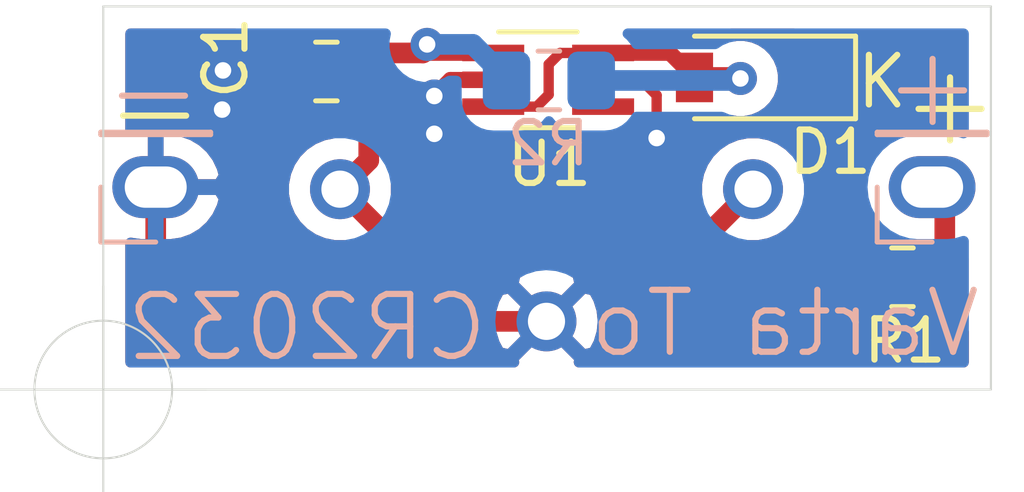
<source format=kicad_pcb>
(kicad_pcb (version 20171130) (host pcbnew "(5.1.2-1)-1")

  (general
    (thickness 1.6)
    (drawings 12)
    (tracks 44)
    (zones 0)
    (modules 8)
    (nets 7)
  )

  (page A4)
  (layers
    (0 F.Cu signal)
    (31 B.Cu signal)
    (32 B.Adhes user hide)
    (33 F.Adhes user hide)
    (34 B.Paste user)
    (35 F.Paste user)
    (36 B.SilkS user)
    (37 F.SilkS user)
    (38 B.Mask user)
    (39 F.Mask user)
    (40 Dwgs.User user hide)
    (41 Cmts.User user hide)
    (42 Eco1.User user hide)
    (43 Eco2.User user hide)
    (44 Edge.Cuts user)
    (45 Margin user hide)
    (46 B.CrtYd user hide)
    (47 F.CrtYd user hide)
    (48 B.Fab user hide)
    (49 F.Fab user hide)
  )

  (setup
    (last_trace_width 0.25)
    (user_trace_width 0.381)
    (user_trace_width 0.5)
    (trace_clearance 0.2)
    (zone_clearance 0.508)
    (zone_45_only yes)
    (trace_min 0.2)
    (via_size 0.8)
    (via_drill 0.4)
    (via_min_size 0.4)
    (via_min_drill 0.3)
    (uvia_size 0.3)
    (uvia_drill 0.1)
    (uvias_allowed no)
    (uvia_min_size 0.2)
    (uvia_min_drill 0.1)
    (edge_width 0.05)
    (segment_width 0.2)
    (pcb_text_width 0.3)
    (pcb_text_size 1.5 1.5)
    (mod_edge_width 0.12)
    (mod_text_size 1 1)
    (mod_text_width 0.15)
    (pad_size 2.1 1.5)
    (pad_drill 1.5)
    (pad_to_mask_clearance 0.05)
    (aux_axis_origin 140.97 106.5)
    (grid_origin 140.97 106.5)
    (visible_elements 7FFFFFFF)
    (pcbplotparams
      (layerselection 0x010f8_ffffffff)
      (usegerberextensions false)
      (usegerberattributes false)
      (usegerberadvancedattributes false)
      (creategerberjobfile false)
      (excludeedgelayer true)
      (linewidth 2.000000)
      (plotframeref false)
      (viasonmask false)
      (mode 1)
      (useauxorigin false)
      (hpglpennumber 1)
      (hpglpenspeed 20)
      (hpglpendiameter 15.000000)
      (psnegative false)
      (psa4output false)
      (plotreference true)
      (plotvalue false)
      (plotinvisibletext false)
      (padsonsilk false)
      (subtractmaskfromsilk false)
      (outputformat 1)
      (mirror false)
      (drillshape 0)
      (scaleselection 1)
      (outputdirectory "./output"))
  )

  (net 0 "")
  (net 1 +BATT)
  (net 2 -BATT)
  (net 3 /MB_Batt+)
  (net 4 "Net-(D1-Pad2)")
  (net 5 "Net-(U1-Pad4)")
  (net 6 "Net-(D1-Pad1)")

  (net_class Default "This is the default net class."
    (clearance 0.2)
    (trace_width 0.25)
    (via_dia 0.8)
    (via_drill 0.4)
    (uvia_dia 0.3)
    (uvia_drill 0.1)
    (add_net +BATT)
    (add_net -BATT)
    (add_net /MB_Batt+)
    (add_net "Net-(D1-Pad1)")
    (add_net "Net-(D1-Pad2)")
    (add_net "Net-(U1-Pad4)")
  )

  (module Connector_PinHeader_2.54mm:PinHeader_1x01_P2.54mm_Vertical (layer B.Cu) (tedit 636A6486) (tstamp 63521435)
    (at 161.036 101.6)
    (descr "Through hole straight pin header, 1x01, 2.54mm pitch, single row")
    (tags "Through hole pin header THT 1x01 2.54mm single row")
    (path /63524660)
    (fp_text reference J2 (at 0 2.33) (layer B.SilkS) hide
      (effects (font (size 1 1) (thickness 0.15)) (justify mirror))
    )
    (fp_text value Conn_01x01 (at 0 -2.33) (layer B.Fab)
      (effects (font (size 1 1) (thickness 0.15)) (justify mirror))
    )
    (fp_line (start 1.8 1.8) (end -1.8 1.8) (layer B.CrtYd) (width 0.05))
    (fp_line (start 1.8 -1.8) (end 1.8 1.8) (layer B.CrtYd) (width 0.05))
    (fp_line (start -1.8 -1.8) (end 1.8 -1.8) (layer B.CrtYd) (width 0.05))
    (fp_line (start -1.8 1.8) (end -1.8 -1.8) (layer B.CrtYd) (width 0.05))
    (fp_line (start -1.33 1.33) (end 0 1.33) (layer B.SilkS) (width 0.12))
    (fp_line (start -1.33 0) (end -1.33 1.33) (layer B.SilkS) (width 0.12))
    (fp_line (start -1.33 -1.27) (end 1.33 -1.27) (layer B.SilkS) (width 0.12))
    (fp_line (start 1.33 -1.27) (end 1.33 -1.33) (layer B.SilkS) (width 0.12))
    (fp_line (start -1.33 -1.27) (end -1.33 -1.33) (layer B.SilkS) (width 0.12))
    (fp_line (start -1.33 -1.33) (end 1.33 -1.33) (layer B.SilkS) (width 0.12))
    (fp_line (start -1.27 0.635) (end -0.635 1.27) (layer B.Fab) (width 0.1))
    (fp_line (start -1.27 -1.27) (end -1.27 0.635) (layer B.Fab) (width 0.1))
    (fp_line (start 1.27 -1.27) (end -1.27 -1.27) (layer B.Fab) (width 0.1))
    (fp_line (start 1.27 1.27) (end 1.27 -1.27) (layer B.Fab) (width 0.1))
    (fp_line (start -0.635 1.27) (end 1.27 1.27) (layer B.Fab) (width 0.1))
    (fp_text user %R (at 0 0 -90) (layer B.Fab)
      (effects (font (size 1 1) (thickness 0.15)) (justify mirror))
    )
    (pad 1 thru_hole oval (at 0 0) (size 2.1 1.5) (drill oval 1.5 1) (layers *.Cu *.Mask)
      (net 3 /MB_Batt+))
    (model ${KISYS3DMOD}/Connector_PinHeader_2.54mm.3dshapes/PinHeader_1x01_P2.54mm_Vertical.wrl
      (at (xyz 0 0 0))
      (scale (xyz 1 1 1))
      (rotate (xyz 0 0 0))
    )
  )

  (module Connector_PinHeader_2.54mm:PinHeader_1x01_P2.54mm_Vertical (layer B.Cu) (tedit 636A649C) (tstamp 640E2FEF)
    (at 142.24 101.6)
    (descr "Through hole straight pin header, 1x01, 2.54mm pitch, single row")
    (tags "Through hole pin header THT 1x01 2.54mm single row")
    (path /63524C70)
    (fp_text reference J3 (at 0 2.33) (layer B.SilkS) hide
      (effects (font (size 1 1) (thickness 0.15)) (justify mirror))
    )
    (fp_text value Conn_01x01 (at 0 -2.33) (layer B.Fab)
      (effects (font (size 1 1) (thickness 0.15)) (justify mirror))
    )
    (fp_line (start -0.635 1.27) (end 1.27 1.27) (layer B.Fab) (width 0.1))
    (fp_line (start 1.27 1.27) (end 1.27 -1.27) (layer B.Fab) (width 0.1))
    (fp_line (start 1.27 -1.27) (end -1.27 -1.27) (layer B.Fab) (width 0.1))
    (fp_line (start -1.27 -1.27) (end -1.27 0.635) (layer B.Fab) (width 0.1))
    (fp_line (start -1.27 0.635) (end -0.635 1.27) (layer B.Fab) (width 0.1))
    (fp_line (start -1.33 -1.33) (end 1.33 -1.33) (layer B.SilkS) (width 0.12))
    (fp_line (start -1.33 -1.27) (end -1.33 -1.33) (layer B.SilkS) (width 0.12))
    (fp_line (start 1.33 -1.27) (end 1.33 -1.33) (layer B.SilkS) (width 0.12))
    (fp_line (start -1.33 -1.27) (end 1.33 -1.27) (layer B.SilkS) (width 0.12))
    (fp_line (start -1.33 0) (end -1.33 1.33) (layer B.SilkS) (width 0.12))
    (fp_line (start -1.33 1.33) (end 0 1.33) (layer B.SilkS) (width 0.12))
    (fp_line (start -1.8 1.8) (end -1.8 -1.8) (layer B.CrtYd) (width 0.05))
    (fp_line (start -1.8 -1.8) (end 1.8 -1.8) (layer B.CrtYd) (width 0.05))
    (fp_line (start 1.8 -1.8) (end 1.8 1.8) (layer B.CrtYd) (width 0.05))
    (fp_line (start 1.8 1.8) (end -1.8 1.8) (layer B.CrtYd) (width 0.05))
    (fp_text user %R (at 0 0 -90) (layer B.Fab)
      (effects (font (size 1 1) (thickness 0.15)) (justify mirror))
    )
    (pad 1 thru_hole oval (at 0 0) (size 2.1 1.5) (drill oval 1.5 1) (layers *.Cu *.Mask)
      (net 2 -BATT))
    (model ${KISYS3DMOD}/Connector_PinHeader_2.54mm.3dshapes/PinHeader_1x01_P2.54mm_Vertical.wrl
      (at (xyz 0 0 0))
      (scale (xyz 1 1 1))
      (rotate (xyz 0 0 0))
    )
  )

  (module S8401-46 (layer F.Cu) (tedit 63FB76C2) (tstamp 63FBC1BF)
    (at 151.7 103.25 180)
    (descr S8401-46)
    (tags "Undefined or Miscellaneous")
    (path /636A644F)
    (fp_text reference J1 (at -0.376 -0.036) (layer F.SilkS) hide
      (effects (font (size 1.27 1.27) (thickness 0.254)))
    )
    (fp_text value S8401-46 (at -0.2 -0.05) (layer F.SilkS) hide
      (effects (font (size 1.27 1.27) (thickness 0.254)))
    )
    (fp_text user %R (at -0.376 -0.036 180) (layer F.Fab)
      (effects (font (size 1.27 1.27) (thickness 0.254)))
    )
    (fp_line (start -11.45 -3.3) (end 11.45 -3.3) (layer F.Fab) (width 0.254))
    (fp_line (start 11.45 -3.3) (end 11.45 3.3) (layer F.Fab) (width 0.254))
    (fp_line (start 11.45 3.3) (end -11.45 3.3) (layer F.Fab) (width 0.254))
    (fp_line (start -11.45 3.3) (end -11.45 -3.3) (layer F.Fab) (width 0.254))
    (pad 3 thru_hole circle (at 5 1.6 180) (size 1.45 1.45) (drill 0.9) (layers *.Cu *.Mask)
      (net 1 +BATT))
    (pad 2 thru_hole circle (at -5 1.6 180) (size 1.45 1.45) (drill 0.9) (layers *.Cu *.Mask)
      (net 1 +BATT))
    (pad 1 thru_hole circle (at 0 -1.6 180) (size 1.45 1.45) (drill 0.9) (layers *.Cu *.Mask)
      (net 2 -BATT))
    (model "C:/Users/wiretap/Downloads/Kicad Library Downloads/SamacSys_Parts.3dshapes/s8401-46_asm.stp"
      (offset (xyz 0 3 14))
      (scale (xyz 1 1 1))
      (rotate (xyz -0 0 0))
    )
    (model ${KIPRJMOD}/3D_Models/s8401-46_asm.stp
      (offset (xyz 0 2.9 14))
      (scale (xyz 1 1 1))
      (rotate (xyz -180 0 0))
    )
  )

  (module Capacitor_SMD:C_0805_2012Metric_Pad1.15x1.40mm_HandSolder (layer F.Cu) (tedit 5B36C52B) (tstamp 6602231F)
    (at 146.372 98.801 180)
    (descr "Capacitor SMD 0805 (2012 Metric), square (rectangular) end terminal, IPC_7351 nominal with elongated pad for handsoldering. (Body size source: https://docs.google.com/spreadsheets/d/1BsfQQcO9C6DZCsRaXUlFlo91Tg2WpOkGARC1WS5S8t0/edit?usp=sharing), generated with kicad-footprint-generator")
    (tags "capacitor handsolder")
    (path /6602C19A)
    (attr smd)
    (fp_text reference C1 (at 2.439 0.338 90) (layer F.SilkS)
      (effects (font (size 1 1) (thickness 0.15)))
    )
    (fp_text value 1uF (at 0 1.65) (layer F.Fab)
      (effects (font (size 1 1) (thickness 0.15)))
    )
    (fp_line (start -1 0.6) (end -1 -0.6) (layer F.Fab) (width 0.1))
    (fp_line (start -1 -0.6) (end 1 -0.6) (layer F.Fab) (width 0.1))
    (fp_line (start 1 -0.6) (end 1 0.6) (layer F.Fab) (width 0.1))
    (fp_line (start 1 0.6) (end -1 0.6) (layer F.Fab) (width 0.1))
    (fp_line (start -0.261252 -0.71) (end 0.261252 -0.71) (layer F.SilkS) (width 0.12))
    (fp_line (start -0.261252 0.71) (end 0.261252 0.71) (layer F.SilkS) (width 0.12))
    (fp_line (start -1.85 0.95) (end -1.85 -0.95) (layer F.CrtYd) (width 0.05))
    (fp_line (start -1.85 -0.95) (end 1.85 -0.95) (layer F.CrtYd) (width 0.05))
    (fp_line (start 1.85 -0.95) (end 1.85 0.95) (layer F.CrtYd) (width 0.05))
    (fp_line (start 1.85 0.95) (end -1.85 0.95) (layer F.CrtYd) (width 0.05))
    (fp_text user %R (at 0 0) (layer F.Fab)
      (effects (font (size 0.5 0.5) (thickness 0.08)))
    )
    (pad 1 smd roundrect (at -1.025 0 180) (size 1.15 1.4) (layers F.Cu F.Paste F.Mask) (roundrect_rratio 0.217391)
      (net 1 +BATT))
    (pad 2 smd roundrect (at 1.025 0 180) (size 1.15 1.4) (layers F.Cu F.Paste F.Mask) (roundrect_rratio 0.217391)
      (net 2 -BATT))
    (model ${KISYS3DMOD}/Capacitor_SMD.3dshapes/C_0805_2012Metric.wrl
      (at (xyz 0 0 0))
      (scale (xyz 1 1 1))
      (rotate (xyz 0 0 0))
    )
  )

  (module Diode_SMD:D_SOD-123 (layer F.Cu) (tedit 58645DC7) (tstamp 66022320)
    (at 156.933 98.945 180)
    (descr SOD-123)
    (tags SOD-123)
    (path /640E1875)
    (attr smd)
    (fp_text reference D1 (at -1.637 -1.805 180) (layer F.SilkS)
      (effects (font (size 1 1) (thickness 0.15)))
    )
    (fp_text value 1N5711 (at 0 2.1) (layer F.Fab)
      (effects (font (size 1 1) (thickness 0.15)))
    )
    (fp_text user %R (at 0 -2) (layer F.Fab)
      (effects (font (size 1 1) (thickness 0.15)))
    )
    (fp_line (start -2.25 -1) (end -2.25 1) (layer F.SilkS) (width 0.12))
    (fp_line (start 0.25 0) (end 0.75 0) (layer F.Fab) (width 0.1))
    (fp_line (start 0.25 0.4) (end -0.35 0) (layer F.Fab) (width 0.1))
    (fp_line (start 0.25 -0.4) (end 0.25 0.4) (layer F.Fab) (width 0.1))
    (fp_line (start -0.35 0) (end 0.25 -0.4) (layer F.Fab) (width 0.1))
    (fp_line (start -0.35 0) (end -0.35 0.55) (layer F.Fab) (width 0.1))
    (fp_line (start -0.35 0) (end -0.35 -0.55) (layer F.Fab) (width 0.1))
    (fp_line (start -0.75 0) (end -0.35 0) (layer F.Fab) (width 0.1))
    (fp_line (start -1.4 0.9) (end -1.4 -0.9) (layer F.Fab) (width 0.1))
    (fp_line (start 1.4 0.9) (end -1.4 0.9) (layer F.Fab) (width 0.1))
    (fp_line (start 1.4 -0.9) (end 1.4 0.9) (layer F.Fab) (width 0.1))
    (fp_line (start -1.4 -0.9) (end 1.4 -0.9) (layer F.Fab) (width 0.1))
    (fp_line (start -2.35 -1.15) (end 2.35 -1.15) (layer F.CrtYd) (width 0.05))
    (fp_line (start 2.35 -1.15) (end 2.35 1.15) (layer F.CrtYd) (width 0.05))
    (fp_line (start 2.35 1.15) (end -2.35 1.15) (layer F.CrtYd) (width 0.05))
    (fp_line (start -2.35 -1.15) (end -2.35 1.15) (layer F.CrtYd) (width 0.05))
    (fp_line (start -2.25 1) (end 1.65 1) (layer F.SilkS) (width 0.12))
    (fp_line (start -2.25 -1) (end 1.65 -1) (layer F.SilkS) (width 0.12))
    (pad 1 smd rect (at -1.65 0 180) (size 0.9 1.2) (layers F.Cu F.Paste F.Mask)
      (net 6 "Net-(D1-Pad1)"))
    (pad 2 smd rect (at 1.65 0 180) (size 0.9 1.2) (layers F.Cu F.Paste F.Mask)
      (net 4 "Net-(D1-Pad2)"))
    (model ${KISYS3DMOD}/Diode_SMD.3dshapes/D_SOD-123.wrl
      (at (xyz 0 0 0))
      (scale (xyz 1 1 1))
      (rotate (xyz 0 0 0))
    )
  )

  (module Package_TO_SOT_SMD:SOT-363_SC-70-6_Handsoldering (layer F.Cu) (tedit 5A02FF57) (tstamp 6602234D)
    (at 151.741 99.002)
    (descr "SOT-363, SC-70-6, Handsoldering")
    (tags "SOT-363 SC-70-6 Handsoldering")
    (path /660216CA)
    (attr smd)
    (fp_text reference U1 (at 0.031 2.042) (layer F.SilkS)
      (effects (font (size 1 1) (thickness 0.15)))
    )
    (fp_text value LM66100 (at 0 2 180) (layer F.Fab)
      (effects (font (size 1 1) (thickness 0.15)))
    )
    (fp_text user %R (at 0 0 90) (layer F.Fab)
      (effects (font (size 0.5 0.5) (thickness 0.075)))
    )
    (fp_line (start -2.4 1.4) (end 2.4 1.4) (layer F.CrtYd) (width 0.05))
    (fp_line (start 0.7 -1.16) (end -1.2 -1.16) (layer F.SilkS) (width 0.12))
    (fp_line (start -0.7 1.16) (end 0.7 1.16) (layer F.SilkS) (width 0.12))
    (fp_line (start 2.4 1.4) (end 2.4 -1.4) (layer F.CrtYd) (width 0.05))
    (fp_line (start -2.4 -1.4) (end -2.4 1.4) (layer F.CrtYd) (width 0.05))
    (fp_line (start -2.4 -1.4) (end 2.4 -1.4) (layer F.CrtYd) (width 0.05))
    (fp_line (start 0.675 -1.1) (end -0.175 -1.1) (layer F.Fab) (width 0.1))
    (fp_line (start -0.675 -0.6) (end -0.675 1.1) (layer F.Fab) (width 0.1))
    (fp_line (start 0.675 -1.1) (end 0.675 1.1) (layer F.Fab) (width 0.1))
    (fp_line (start 0.675 1.1) (end -0.675 1.1) (layer F.Fab) (width 0.1))
    (fp_line (start -0.175 -1.1) (end -0.675 -0.6) (layer F.Fab) (width 0.1))
    (pad 1 smd rect (at -1.33 -0.65) (size 1.5 0.4) (layers F.Cu F.Paste F.Mask)
      (net 1 +BATT))
    (pad 2 smd rect (at -1.33 0) (size 1.5 0.4) (layers F.Cu F.Paste F.Mask)
      (net 2 -BATT))
    (pad 3 smd rect (at -1.33 0.65) (size 1.5 0.4) (layers F.Cu F.Paste F.Mask)
      (net 4 "Net-(D1-Pad2)"))
    (pad 4 smd rect (at 1.33 0.65) (size 1.5 0.4) (layers F.Cu F.Paste F.Mask)
      (net 5 "Net-(U1-Pad4)"))
    (pad 5 smd rect (at 1.33 0) (size 1.5 0.4) (layers F.Cu F.Paste F.Mask)
      (net 2 -BATT))
    (pad 6 smd rect (at 1.33 -0.65) (size 1.5 0.4) (layers F.Cu F.Paste F.Mask)
      (net 4 "Net-(D1-Pad2)"))
    (model ${KISYS3DMOD}/Package_TO_SOT_SMD.3dshapes/SOT-363_SC-70-6.wrl
      (at (xyz 0 0 0))
      (scale (xyz 1 1 1))
      (rotate (xyz 0 0 0))
    )
  )

  (module Resistor_SMD:R_0805_2012Metric_Pad1.15x1.40mm_HandSolder (layer F.Cu) (tedit 5B36C52B) (tstamp 660229CE)
    (at 160.318 103.782 180)
    (descr "Resistor SMD 0805 (2012 Metric), square (rectangular) end terminal, IPC_7351 nominal with elongated pad for handsoldering. (Body size source: https://docs.google.com/spreadsheets/d/1BsfQQcO9C6DZCsRaXUlFlo91Tg2WpOkGARC1WS5S8t0/edit?usp=sharing), generated with kicad-footprint-generator")
    (tags "resistor handsolder")
    (path /66030E69)
    (attr smd)
    (fp_text reference R1 (at -0.06 -1.538) (layer F.SilkS)
      (effects (font (size 1 1) (thickness 0.15)))
    )
    (fp_text value 220r (at 0 1.65) (layer F.Fab)
      (effects (font (size 1 1) (thickness 0.15)))
    )
    (fp_line (start -1 0.6) (end -1 -0.6) (layer F.Fab) (width 0.1))
    (fp_line (start -1 -0.6) (end 1 -0.6) (layer F.Fab) (width 0.1))
    (fp_line (start 1 -0.6) (end 1 0.6) (layer F.Fab) (width 0.1))
    (fp_line (start 1 0.6) (end -1 0.6) (layer F.Fab) (width 0.1))
    (fp_line (start -0.261252 -0.71) (end 0.261252 -0.71) (layer F.SilkS) (width 0.12))
    (fp_line (start -0.261252 0.71) (end 0.261252 0.71) (layer F.SilkS) (width 0.12))
    (fp_line (start -1.85 0.95) (end -1.85 -0.95) (layer F.CrtYd) (width 0.05))
    (fp_line (start -1.85 -0.95) (end 1.85 -0.95) (layer F.CrtYd) (width 0.05))
    (fp_line (start 1.85 -0.95) (end 1.85 0.95) (layer F.CrtYd) (width 0.05))
    (fp_line (start 1.85 0.95) (end -1.85 0.95) (layer F.CrtYd) (width 0.05))
    (fp_text user %R (at 0 0) (layer F.Fab)
      (effects (font (size 0.5 0.5) (thickness 0.08)))
    )
    (pad 1 smd roundrect (at -1.025 0 180) (size 1.15 1.4) (layers F.Cu F.Paste F.Mask) (roundrect_rratio 0.217391)
      (net 3 /MB_Batt+))
    (pad 2 smd roundrect (at 1.025 0 180) (size 1.15 1.4) (layers F.Cu F.Paste F.Mask) (roundrect_rratio 0.217391)
      (net 6 "Net-(D1-Pad1)"))
    (model ${KISYS3DMOD}/Resistor_SMD.3dshapes/R_0805_2012Metric.wrl
      (at (xyz 0 0 0))
      (scale (xyz 1 1 1))
      (rotate (xyz 0 0 0))
    )
  )

  (module Resistor_SMD:R_0805_2012Metric_Pad1.15x1.40mm_HandSolder (layer B.Cu) (tedit 5B36C52B) (tstamp 66022BBC)
    (at 151.758 99.018 180)
    (descr "Resistor SMD 0805 (2012 Metric), square (rectangular) end terminal, IPC_7351 nominal with elongated pad for handsoldering. (Body size source: https://docs.google.com/spreadsheets/d/1BsfQQcO9C6DZCsRaXUlFlo91Tg2WpOkGARC1WS5S8t0/edit?usp=sharing), generated with kicad-footprint-generator")
    (tags "resistor handsolder")
    (path /66032932)
    (attr smd)
    (fp_text reference R2 (at 0.018 -1.526) (layer B.SilkS)
      (effects (font (size 1 1) (thickness 0.15)) (justify mirror))
    )
    (fp_text value DNI (at 0 -1.65) (layer B.Fab)
      (effects (font (size 1 1) (thickness 0.15)) (justify mirror))
    )
    (fp_line (start -1 -0.6) (end -1 0.6) (layer B.Fab) (width 0.1))
    (fp_line (start -1 0.6) (end 1 0.6) (layer B.Fab) (width 0.1))
    (fp_line (start 1 0.6) (end 1 -0.6) (layer B.Fab) (width 0.1))
    (fp_line (start 1 -0.6) (end -1 -0.6) (layer B.Fab) (width 0.1))
    (fp_line (start -0.261252 0.71) (end 0.261252 0.71) (layer B.SilkS) (width 0.12))
    (fp_line (start -0.261252 -0.71) (end 0.261252 -0.71) (layer B.SilkS) (width 0.12))
    (fp_line (start -1.85 -0.95) (end -1.85 0.95) (layer B.CrtYd) (width 0.05))
    (fp_line (start -1.85 0.95) (end 1.85 0.95) (layer B.CrtYd) (width 0.05))
    (fp_line (start 1.85 0.95) (end 1.85 -0.95) (layer B.CrtYd) (width 0.05))
    (fp_line (start 1.85 -0.95) (end -1.85 -0.95) (layer B.CrtYd) (width 0.05))
    (fp_text user %R (at 0 0) (layer B.Fab)
      (effects (font (size 0.5 0.5) (thickness 0.08)) (justify mirror))
    )
    (pad 1 smd roundrect (at -1.025 0 180) (size 1.15 1.4) (layers B.Cu B.Paste B.Mask) (roundrect_rratio 0.217391)
      (net 4 "Net-(D1-Pad2)"))
    (pad 2 smd roundrect (at 1.025 0 180) (size 1.15 1.4) (layers B.Cu B.Paste B.Mask) (roundrect_rratio 0.217391)
      (net 1 +BATT))
    (model ${KISYS3DMOD}/Resistor_SMD.3dshapes/R_0805_2012Metric.wrl
      (at (xyz 0 0 0))
      (scale (xyz 1 1 1))
      (rotate (xyz 0 0 0))
    )
  )

  (gr_text K (at 159.82 99.05) (layer F.SilkS) (tstamp 662725C2)
    (effects (font (size 1.2 1.2) (thickness 0.15)))
  )
  (target plus (at 140.97 106.5) (size 5) (width 0.05) (layer Edge.Cuts))
  (gr_text + (at 161.047 99.103) (layer B.SilkS) (tstamp 640E314D)
    (effects (font (size 2 2) (thickness 0.15)))
  )
  (gr_text - (at 142.186 99.231) (layer B.SilkS) (tstamp 640E3149)
    (effects (font (size 2 2) (thickness 0.15)))
  )
  (gr_text CR2032 (at 145.9 105) (layer B.SilkS) (tstamp 640E3138)
    (effects (font (size 1.5 1.5) (thickness 0.15)) (justify mirror))
  )
  (gr_text + (at 161.47 99.55) (layer F.SilkS)
    (effects (font (size 2 2) (thickness 0.15)))
  )
  (gr_text - (at 142.214 99.714) (layer F.SilkS)
    (effects (font (size 2 2) (thickness 0.15)))
  )
  (gr_text "Varta To " (at 156.9 104.9) (layer B.SilkS)
    (effects (font (size 1.5 1.5) (thickness 0.15)) (justify mirror))
  )
  (gr_line (start 140.97 97.225) (end 162.4584 97.225) (layer Edge.Cuts) (width 0.05))
  (gr_line (start 140.97 106.5) (end 140.97 97.225) (layer Edge.Cuts) (width 0.05))
  (gr_line (start 162.4584 106.5) (end 140.97 106.5) (layer Edge.Cuts) (width 0.05))
  (gr_line (start 162.4584 97.225) (end 162.4584 106.5) (layer Edge.Cuts) (width 0.05))

  (segment (start 147.832 102.782) (end 146.7 101.65) (width 0.5) (layer F.Cu) (net 1))
  (segment (start 155.568 102.782) (end 147.832 102.782) (width 0.5) (layer F.Cu) (net 1))
  (segment (start 156.7 101.65) (end 155.568 102.782) (width 0.5) (layer F.Cu) (net 1))
  (segment (start 147.846 98.352) (end 147.397 98.801) (width 0.381) (layer F.Cu) (net 1))
  (segment (start 150.411 98.352) (end 147.846 98.352) (width 0.381) (layer F.Cu) (net 1))
  (segment (start 147.397 100.953) (end 146.7 101.65) (width 0.5) (layer F.Cu) (net 1))
  (segment (start 147.397 98.801) (end 147.397 100.953) (width 0.5) (layer F.Cu) (net 1))
  (segment (start 150.733 99.018) (end 150.733 98.959) (width 0.5) (layer B.Cu) (net 1))
  (via (at 148.81 98.145) (size 0.8) (drill 0.4) (layers F.Cu B.Cu) (net 1))
  (segment (start 149.919 98.145) (end 148.81 98.145) (width 0.5) (layer B.Cu) (net 1))
  (segment (start 150.733 98.959) (end 149.919 98.145) (width 0.5) (layer B.Cu) (net 1))
  (segment (start 148.709 98.352) (end 147.846 98.352) (width 0.5) (layer F.Cu) (net 1))
  (segment (start 148.81 98.251) (end 148.709 98.352) (width 0.5) (layer F.Cu) (net 1))
  (segment (start 148.81 98.145) (end 148.81 98.251) (width 0.5) (layer F.Cu) (net 1))
  (segment (start 151.7 104.85) (end 144 104.85) (width 0.5) (layer F.Cu) (net 2))
  (segment (start 142.24 103.09) (end 142.24 101.6) (width 0.5) (layer F.Cu) (net 2))
  (segment (start 144 104.85) (end 142.24 103.09) (width 0.5) (layer F.Cu) (net 2))
  (segment (start 153.071 99.002) (end 153.992 99.002) (width 0.25) (layer F.Cu) (net 2))
  (via (at 154.367 100.412) (size 0.8) (drill 0.4) (layers F.Cu B.Cu) (net 2))
  (segment (start 154.367 99.377) (end 154.367 100.412) (width 0.25) (layer F.Cu) (net 2))
  (segment (start 153.992 99.002) (end 154.367 99.377) (width 0.25) (layer F.Cu) (net 2))
  (segment (start 149.376 99.002) (end 150.411 99.002) (width 0.381) (layer F.Cu) (net 2))
  (segment (start 148.984 99.394) (end 149.376 99.002) (width 0.381) (layer F.Cu) (net 2))
  (via (at 148.984 99.394) (size 0.8) (drill 0.4) (layers F.Cu B.Cu) (net 2))
  (via (at 148.984 100.31) (size 0.8) (drill 0.4) (layers F.Cu B.Cu) (net 2))
  (via (at 143.868 98.775) (size 0.8) (drill 0.4) (layers F.Cu B.Cu) (net 2))
  (via (at 143.848 99.723) (size 0.8) (drill 0.4) (layers F.Cu B.Cu) (net 2))
  (segment (start 161.343 101.907) (end 161.036 101.6) (width 0.5) (layer F.Cu) (net 3))
  (segment (start 161.343 103.782) (end 161.343 101.907) (width 0.5) (layer F.Cu) (net 3))
  (segment (start 154.69 98.352) (end 155.283 98.945) (width 0.381) (layer F.Cu) (net 4))
  (segment (start 153.071 98.352) (end 154.69 98.352) (width 0.381) (layer F.Cu) (net 4))
  (segment (start 150.411 99.652) (end 151.462 99.652) (width 0.25) (layer F.Cu) (net 4))
  (segment (start 151.462 99.652) (end 151.753 99.361) (width 0.25) (layer F.Cu) (net 4))
  (segment (start 151.753 99.361) (end 151.753 98.628) (width 0.25) (layer F.Cu) (net 4))
  (segment (start 152.029 98.352) (end 153.071 98.352) (width 0.25) (layer F.Cu) (net 4))
  (segment (start 151.753 98.628) (end 152.029 98.352) (width 0.25) (layer F.Cu) (net 4))
  (via (at 156.395 98.97) (size 0.8) (drill 0.4) (layers F.Cu B.Cu) (net 4))
  (segment (start 156.347 99.018) (end 156.395 98.97) (width 0.5) (layer B.Cu) (net 4))
  (segment (start 152.783 99.018) (end 156.347 99.018) (width 0.5) (layer B.Cu) (net 4))
  (segment (start 156.37 98.945) (end 155.283 98.945) (width 0.5) (layer F.Cu) (net 4))
  (segment (start 156.395 98.97) (end 156.37 98.945) (width 0.5) (layer F.Cu) (net 4))
  (segment (start 158.583 98.945) (end 158.583 101.608) (width 0.5) (layer F.Cu) (net 6))
  (segment (start 159.293 102.318) (end 159.293 103.782) (width 0.5) (layer F.Cu) (net 6))
  (segment (start 158.583 101.608) (end 159.293 102.318) (width 0.5) (layer F.Cu) (net 6))

  (zone (net 2) (net_name -BATT) (layer F.Cu) (tstamp 6602E528) (hatch edge 0.508)
    (connect_pads (clearance 0.508))
    (min_thickness 0.254)
    (fill yes (arc_segments 32) (thermal_gap 0.508) (thermal_bridge_width 0.381))
    (polygon
      (pts
        (xy 140.773 97.07) (xy 162.685 97.07) (xy 162.685 106.727) (xy 140.775 106.727) (xy 140.775 102.036)
      )
    )
    (filled_polygon
      (pts
        (xy 144.146188 97.976518) (xy 144.133928 98.101) (xy 144.137 98.57875) (xy 144.29575 98.7375) (xy 145.2835 98.7375)
        (xy 145.2835 98.7175) (xy 145.4105 98.7175) (xy 145.4105 98.7375) (xy 145.4305 98.7375) (xy 145.4305 98.8645)
        (xy 145.4105 98.8645) (xy 145.4105 99.97725) (xy 145.56925 100.136) (xy 145.922 100.139072) (xy 146.046482 100.126812)
        (xy 146.16618 100.090502) (xy 146.276494 100.031537) (xy 146.373185 99.952185) (xy 146.438658 99.872406) (xy 146.444038 99.878962)
        (xy 146.512001 99.934737) (xy 146.512001 100.300751) (xy 146.303303 100.342264) (xy 146.055799 100.444784) (xy 145.833051 100.593619)
        (xy 145.643619 100.783051) (xy 145.494784 101.005799) (xy 145.392264 101.253303) (xy 145.34 101.516052) (xy 145.34 101.783948)
        (xy 145.392264 102.046697) (xy 145.494784 102.294201) (xy 145.643619 102.516949) (xy 145.833051 102.706381) (xy 146.055799 102.855216)
        (xy 146.303303 102.957736) (xy 146.566052 103.01) (xy 146.808421 103.01) (xy 147.17547 103.377049) (xy 147.203183 103.410817)
        (xy 147.236951 103.43853) (xy 147.236953 103.438532) (xy 147.291692 103.483455) (xy 147.337941 103.521411) (xy 147.491687 103.603589)
        (xy 147.65851 103.654195) (xy 147.788523 103.667) (xy 147.788531 103.667) (xy 147.832 103.671281) (xy 147.875469 103.667)
        (xy 151.02622 103.667) (xy 150.948985 103.708283) (xy 150.892017 103.952215) (xy 151.7 104.760197) (xy 152.507983 103.952215)
        (xy 152.451015 103.708283) (xy 152.372422 103.667) (xy 155.524531 103.667) (xy 155.568 103.671281) (xy 155.611469 103.667)
        (xy 155.611477 103.667) (xy 155.74149 103.654195) (xy 155.908313 103.603589) (xy 156.062059 103.521411) (xy 156.196817 103.410817)
        (xy 156.224534 103.377044) (xy 156.591578 103.01) (xy 156.833948 103.01) (xy 157.096697 102.957736) (xy 157.344201 102.855216)
        (xy 157.566949 102.706381) (xy 157.756381 102.516949) (xy 157.905216 102.294201) (xy 157.937438 102.216412) (xy 157.954184 102.236817)
        (xy 157.987951 102.264529) (xy 158.388054 102.664632) (xy 158.340038 102.704038) (xy 158.229595 102.838613) (xy 158.147528 102.992149)
        (xy 158.096992 103.158745) (xy 158.079928 103.331999) (xy 158.079928 104.232001) (xy 158.096992 104.405255) (xy 158.147528 104.571851)
        (xy 158.229595 104.725387) (xy 158.340038 104.859962) (xy 158.474613 104.970405) (xy 158.628149 105.052472) (xy 158.794745 105.103008)
        (xy 158.967999 105.120072) (xy 159.618001 105.120072) (xy 159.791255 105.103008) (xy 159.957851 105.052472) (xy 160.111387 104.970405)
        (xy 160.245962 104.859962) (xy 160.318 104.772184) (xy 160.390038 104.859962) (xy 160.524613 104.970405) (xy 160.678149 105.052472)
        (xy 160.844745 105.103008) (xy 161.017999 105.120072) (xy 161.668001 105.120072) (xy 161.798401 105.107229) (xy 161.798401 105.84)
        (xy 152.486447 105.84) (xy 152.507983 105.747785) (xy 151.7 104.939803) (xy 150.892017 105.747785) (xy 150.913553 105.84)
        (xy 141.63 105.84) (xy 141.63 104.859858) (xy 150.333455 104.859858) (xy 150.361636 105.126269) (xy 150.44125 105.382062)
        (xy 150.558283 105.601015) (xy 150.802215 105.657983) (xy 151.610197 104.85) (xy 151.789803 104.85) (xy 152.597785 105.657983)
        (xy 152.841717 105.601015) (xy 152.966295 105.363847) (xy 153.04221 105.106931) (xy 153.066545 104.840142) (xy 153.038364 104.573731)
        (xy 152.95875 104.317938) (xy 152.841717 104.098985) (xy 152.597785 104.042017) (xy 151.789803 104.85) (xy 151.610197 104.85)
        (xy 150.802215 104.042017) (xy 150.558283 104.098985) (xy 150.433705 104.336153) (xy 150.35779 104.593069) (xy 150.333455 104.859858)
        (xy 141.63 104.859858) (xy 141.63 102.949259) (xy 141.8765 102.985) (xy 142.1765 102.985) (xy 142.1765 101.6635)
        (xy 142.3035 101.6635) (xy 142.3035 102.985) (xy 142.6035 102.985) (xy 142.87248 102.945999) (xy 143.128683 102.855272)
        (xy 143.362263 102.716306) (xy 143.564244 102.534441) (xy 143.726864 102.316666) (xy 143.843873 102.07135) (xy 143.896577 101.879152)
        (xy 143.764605 101.6635) (xy 142.3035 101.6635) (xy 142.1765 101.6635) (xy 142.1565 101.6635) (xy 142.1565 101.5365)
        (xy 142.1765 101.5365) (xy 142.1765 100.215) (xy 142.3035 100.215) (xy 142.3035 101.5365) (xy 143.764605 101.5365)
        (xy 143.896577 101.320848) (xy 143.843873 101.12865) (xy 143.726864 100.883334) (xy 143.564244 100.665559) (xy 143.362263 100.483694)
        (xy 143.128683 100.344728) (xy 142.87248 100.254001) (xy 142.6035 100.215) (xy 142.3035 100.215) (xy 142.1765 100.215)
        (xy 141.8765 100.215) (xy 141.63 100.250741) (xy 141.63 99.501) (xy 144.133928 99.501) (xy 144.146188 99.625482)
        (xy 144.182498 99.74518) (xy 144.241463 99.855494) (xy 144.320815 99.952185) (xy 144.417506 100.031537) (xy 144.52782 100.090502)
        (xy 144.647518 100.126812) (xy 144.772 100.139072) (xy 145.12475 100.136) (xy 145.2835 99.97725) (xy 145.2835 98.8645)
        (xy 144.29575 98.8645) (xy 144.137 99.02325) (xy 144.133928 99.501) (xy 141.63 99.501) (xy 141.63 97.885)
        (xy 144.17395 97.885)
      )
    )
    (filled_polygon
      (pts
        (xy 157.681815 97.893815) (xy 157.602463 97.990506) (xy 157.543498 98.10082) (xy 157.507188 98.220518) (xy 157.494928 98.345)
        (xy 157.494928 99.545) (xy 157.507188 99.669482) (xy 157.543498 99.78918) (xy 157.602463 99.899494) (xy 157.681815 99.996185)
        (xy 157.698 100.009468) (xy 157.698001 100.724671) (xy 157.566949 100.593619) (xy 157.344201 100.444784) (xy 157.096697 100.342264)
        (xy 156.833948 100.29) (xy 156.566052 100.29) (xy 156.303303 100.342264) (xy 156.055799 100.444784) (xy 155.833051 100.593619)
        (xy 155.643619 100.783051) (xy 155.494784 101.005799) (xy 155.392264 101.253303) (xy 155.34 101.516052) (xy 155.34 101.758422)
        (xy 155.201422 101.897) (xy 148.198579 101.897) (xy 148.06 101.758421) (xy 148.06 101.540165) (xy 148.07979 101.516052)
        (xy 148.136411 101.447059) (xy 148.137081 101.445805) (xy 148.218589 101.293313) (xy 148.269195 101.12649) (xy 148.282 100.996477)
        (xy 148.282 100.996469) (xy 148.286281 100.953) (xy 148.282 100.909531) (xy 148.282 99.934737) (xy 148.349962 99.878962)
        (xy 148.460405 99.744387) (xy 148.542472 99.590851) (xy 148.593008 99.424255) (xy 148.610072 99.251001) (xy 148.610072 99.237)
        (xy 148.665531 99.237) (xy 148.709 99.241281) (xy 148.752469 99.237) (xy 148.752477 99.237) (xy 148.88249 99.224195)
        (xy 149.03642 99.1775) (xy 149.07275 99.1775) (xy 149.026 99.22425) (xy 149.035796 99.325513) (xy 149.035188 99.327518)
        (xy 149.022928 99.452) (xy 149.022928 99.852) (xy 149.035188 99.976482) (xy 149.071498 100.09618) (xy 149.130463 100.206494)
        (xy 149.209815 100.303185) (xy 149.306506 100.382537) (xy 149.41682 100.441502) (xy 149.536518 100.477812) (xy 149.661 100.490072)
        (xy 151.161 100.490072) (xy 151.285482 100.477812) (xy 151.40518 100.441502) (xy 151.454819 100.414969) (xy 151.462 100.415676)
        (xy 151.499322 100.412) (xy 151.499333 100.412) (xy 151.610986 100.401003) (xy 151.754247 100.357546) (xy 151.865587 100.298033)
        (xy 151.869815 100.303185) (xy 151.966506 100.382537) (xy 152.07682 100.441502) (xy 152.196518 100.477812) (xy 152.321 100.490072)
        (xy 153.821 100.490072) (xy 153.945482 100.477812) (xy 154.06518 100.441502) (xy 154.175494 100.382537) (xy 154.272185 100.303185)
        (xy 154.351537 100.206494) (xy 154.410502 100.09618) (xy 154.429071 100.034967) (xy 154.478506 100.075537) (xy 154.58882 100.134502)
        (xy 154.708518 100.170812) (xy 154.833 100.183072) (xy 155.733 100.183072) (xy 155.857482 100.170812) (xy 155.97718 100.134502)
        (xy 156.087494 100.075537) (xy 156.184185 99.996185) (xy 156.193245 99.985145) (xy 156.293061 100.005) (xy 156.496939 100.005)
        (xy 156.696898 99.965226) (xy 156.885256 99.887205) (xy 157.054774 99.773937) (xy 157.198937 99.629774) (xy 157.312205 99.460256)
        (xy 157.390226 99.271898) (xy 157.43 99.071939) (xy 157.43 98.868061) (xy 157.390226 98.668102) (xy 157.312205 98.479744)
        (xy 157.198937 98.310226) (xy 157.054774 98.166063) (xy 156.885256 98.052795) (xy 156.696898 97.974774) (xy 156.496939 97.935)
        (xy 156.293061 97.935) (xy 156.22852 97.947838) (xy 156.184185 97.893815) (xy 156.173444 97.885) (xy 157.692556 97.885)
      )
    )
  )
  (zone (net 2) (net_name -BATT) (layer B.Cu) (tstamp 6602E525) (hatch edge 0.508)
    (connect_pads (clearance 0.508))
    (min_thickness 0.254)
    (fill yes (arc_segments 32) (thermal_gap 0.508) (thermal_bridge_width 0.381))
    (polygon
      (pts
        (xy 140.773 97.07) (xy 162.685 97.07) (xy 162.685 106.727) (xy 140.775 106.727) (xy 140.775 102.036)
      )
    )
    (filled_polygon
      (pts
        (xy 147.775 98.043061) (xy 147.775 98.246939) (xy 147.814774 98.446898) (xy 147.892795 98.635256) (xy 148.006063 98.804774)
        (xy 148.150226 98.948937) (xy 148.319744 99.062205) (xy 148.508102 99.140226) (xy 148.708061 99.18) (xy 148.911939 99.18)
        (xy 149.111898 99.140226) (xy 149.300256 99.062205) (xy 149.348454 99.03) (xy 149.519928 99.03) (xy 149.519928 99.468001)
        (xy 149.536992 99.641255) (xy 149.587528 99.807851) (xy 149.669595 99.961387) (xy 149.780038 100.095962) (xy 149.914613 100.206405)
        (xy 150.068149 100.288472) (xy 150.234745 100.339008) (xy 150.407999 100.356072) (xy 151.058001 100.356072) (xy 151.231255 100.339008)
        (xy 151.397851 100.288472) (xy 151.551387 100.206405) (xy 151.685962 100.095962) (xy 151.758 100.008184) (xy 151.830038 100.095962)
        (xy 151.964613 100.206405) (xy 152.118149 100.288472) (xy 152.284745 100.339008) (xy 152.457999 100.356072) (xy 153.108001 100.356072)
        (xy 153.281255 100.339008) (xy 153.447851 100.288472) (xy 153.601387 100.206405) (xy 153.735962 100.095962) (xy 153.846405 99.961387)
        (xy 153.877614 99.903) (xy 155.942876 99.903) (xy 156.093102 99.965226) (xy 156.293061 100.005) (xy 156.496939 100.005)
        (xy 156.696898 99.965226) (xy 156.885256 99.887205) (xy 157.054774 99.773937) (xy 157.198937 99.629774) (xy 157.312205 99.460256)
        (xy 157.390226 99.271898) (xy 157.43 99.071939) (xy 157.43 98.868061) (xy 157.390226 98.668102) (xy 157.312205 98.479744)
        (xy 157.198937 98.310226) (xy 157.054774 98.166063) (xy 156.885256 98.052795) (xy 156.696898 97.974774) (xy 156.496939 97.935)
        (xy 156.293061 97.935) (xy 156.093102 97.974774) (xy 155.904744 98.052795) (xy 155.784708 98.133) (xy 153.877614 98.133)
        (xy 153.846405 98.074613) (xy 153.735962 97.940038) (xy 153.668898 97.885) (xy 161.7984 97.885) (xy 161.7984 100.292947)
        (xy 161.607507 100.23504) (xy 161.404037 100.215) (xy 160.667963 100.215) (xy 160.464493 100.23504) (xy 160.203419 100.314236)
        (xy 159.962812 100.442843) (xy 159.751919 100.615919) (xy 159.578843 100.826812) (xy 159.450236 101.067419) (xy 159.37104 101.328493)
        (xy 159.344299 101.6) (xy 159.37104 101.871507) (xy 159.450236 102.132581) (xy 159.578843 102.373188) (xy 159.751919 102.584081)
        (xy 159.962812 102.757157) (xy 160.203419 102.885764) (xy 160.464493 102.96496) (xy 160.667963 102.985) (xy 161.404037 102.985)
        (xy 161.607507 102.96496) (xy 161.798401 102.907053) (xy 161.798401 105.84) (xy 152.486447 105.84) (xy 152.507983 105.747785)
        (xy 151.7 104.939803) (xy 150.892017 105.747785) (xy 150.913553 105.84) (xy 141.63 105.84) (xy 141.63 104.859858)
        (xy 150.333455 104.859858) (xy 150.361636 105.126269) (xy 150.44125 105.382062) (xy 150.558283 105.601015) (xy 150.802215 105.657983)
        (xy 151.610197 104.85) (xy 151.789803 104.85) (xy 152.597785 105.657983) (xy 152.841717 105.601015) (xy 152.966295 105.363847)
        (xy 153.04221 105.106931) (xy 153.066545 104.840142) (xy 153.038364 104.573731) (xy 152.95875 104.317938) (xy 152.841717 104.098985)
        (xy 152.597785 104.042017) (xy 151.789803 104.85) (xy 151.610197 104.85) (xy 150.802215 104.042017) (xy 150.558283 104.098985)
        (xy 150.433705 104.336153) (xy 150.35779 104.593069) (xy 150.333455 104.859858) (xy 141.63 104.859858) (xy 141.63 103.952215)
        (xy 150.892017 103.952215) (xy 151.7 104.760197) (xy 152.507983 103.952215) (xy 152.451015 103.708283) (xy 152.213847 103.583705)
        (xy 151.956931 103.50779) (xy 151.690142 103.483455) (xy 151.423731 103.511636) (xy 151.167938 103.59125) (xy 150.948985 103.708283)
        (xy 150.892017 103.952215) (xy 141.63 103.952215) (xy 141.63 102.949259) (xy 141.8765 102.985) (xy 142.1765 102.985)
        (xy 142.1765 101.6635) (xy 142.3035 101.6635) (xy 142.3035 102.985) (xy 142.6035 102.985) (xy 142.87248 102.945999)
        (xy 143.128683 102.855272) (xy 143.362263 102.716306) (xy 143.564244 102.534441) (xy 143.726864 102.316666) (xy 143.843873 102.07135)
        (xy 143.896577 101.879152) (xy 143.764605 101.6635) (xy 142.3035 101.6635) (xy 142.1765 101.6635) (xy 142.1565 101.6635)
        (xy 142.1565 101.5365) (xy 142.1765 101.5365) (xy 142.1765 100.215) (xy 142.3035 100.215) (xy 142.3035 101.5365)
        (xy 143.764605 101.5365) (xy 143.777118 101.516052) (xy 145.34 101.516052) (xy 145.34 101.783948) (xy 145.392264 102.046697)
        (xy 145.494784 102.294201) (xy 145.643619 102.516949) (xy 145.833051 102.706381) (xy 146.055799 102.855216) (xy 146.303303 102.957736)
        (xy 146.566052 103.01) (xy 146.833948 103.01) (xy 147.096697 102.957736) (xy 147.344201 102.855216) (xy 147.566949 102.706381)
        (xy 147.756381 102.516949) (xy 147.905216 102.294201) (xy 148.007736 102.046697) (xy 148.06 101.783948) (xy 148.06 101.516052)
        (xy 155.34 101.516052) (xy 155.34 101.783948) (xy 155.392264 102.046697) (xy 155.494784 102.294201) (xy 155.643619 102.516949)
        (xy 155.833051 102.706381) (xy 156.055799 102.855216) (xy 156.303303 102.957736) (xy 156.566052 103.01) (xy 156.833948 103.01)
        (xy 157.096697 102.957736) (xy 157.344201 102.855216) (xy 157.566949 102.706381) (xy 157.756381 102.516949) (xy 157.905216 102.294201)
        (xy 158.007736 102.046697) (xy 158.06 101.783948) (xy 158.06 101.516052) (xy 158.007736 101.253303) (xy 157.905216 101.005799)
        (xy 157.756381 100.783051) (xy 157.566949 100.593619) (xy 157.344201 100.444784) (xy 157.096697 100.342264) (xy 156.833948 100.29)
        (xy 156.566052 100.29) (xy 156.303303 100.342264) (xy 156.055799 100.444784) (xy 155.833051 100.593619) (xy 155.643619 100.783051)
        (xy 155.494784 101.005799) (xy 155.392264 101.253303) (xy 155.34 101.516052) (xy 148.06 101.516052) (xy 148.007736 101.253303)
        (xy 147.905216 101.005799) (xy 147.756381 100.783051) (xy 147.566949 100.593619) (xy 147.344201 100.444784) (xy 147.096697 100.342264)
        (xy 146.833948 100.29) (xy 146.566052 100.29) (xy 146.303303 100.342264) (xy 146.055799 100.444784) (xy 145.833051 100.593619)
        (xy 145.643619 100.783051) (xy 145.494784 101.005799) (xy 145.392264 101.253303) (xy 145.34 101.516052) (xy 143.777118 101.516052)
        (xy 143.896577 101.320848) (xy 143.843873 101.12865) (xy 143.726864 100.883334) (xy 143.564244 100.665559) (xy 143.362263 100.483694)
        (xy 143.128683 100.344728) (xy 142.87248 100.254001) (xy 142.6035 100.215) (xy 142.3035 100.215) (xy 142.1765 100.215)
        (xy 141.8765 100.215) (xy 141.63 100.250741) (xy 141.63 97.885) (xy 147.80644 97.885)
      )
    )
  )
)

</source>
